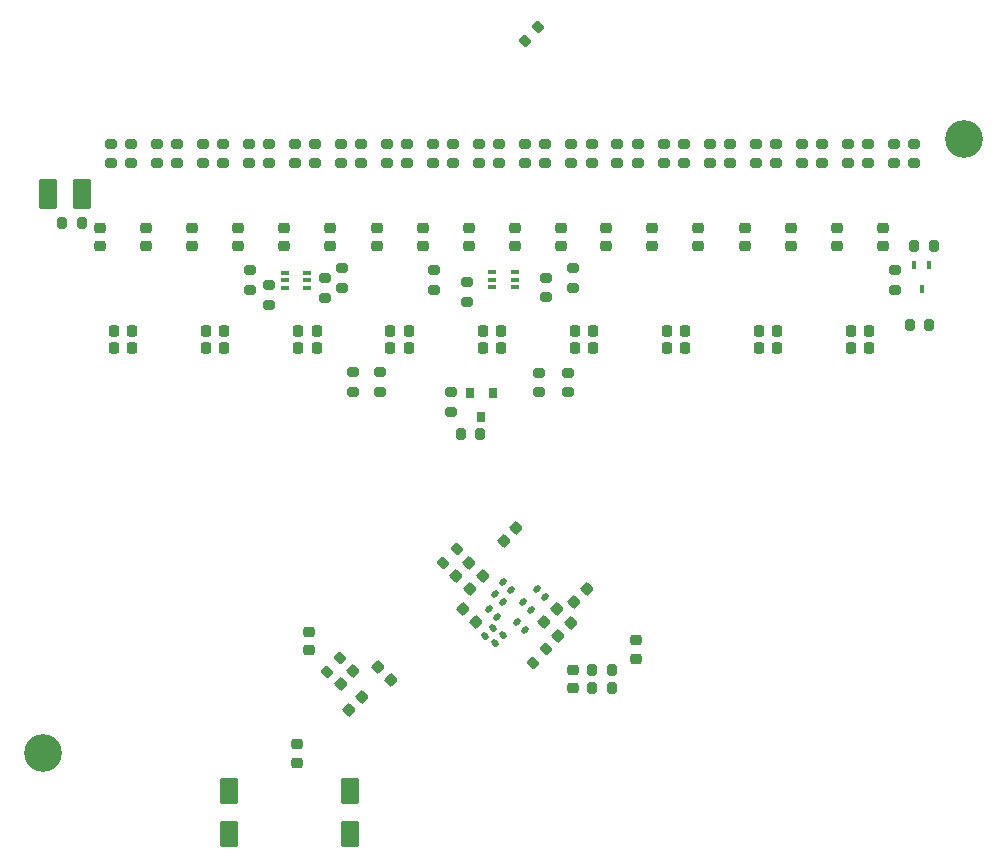
<source format=gbp>
G04 #@! TF.GenerationSoftware,KiCad,Pcbnew,(6.0.6)*
G04 #@! TF.CreationDate,2022-06-27T22:23:26-04:00*
G04 #@! TF.ProjectId,squishy,73717569-7368-4792-9e6b-696361645f70,rev?*
G04 #@! TF.SameCoordinates,PX9634260PY768aae0*
G04 #@! TF.FileFunction,Paste,Bot*
G04 #@! TF.FilePolarity,Positive*
%FSLAX46Y46*%
G04 Gerber Fmt 4.6, Leading zero omitted, Abs format (unit mm)*
G04 Created by KiCad (PCBNEW (6.0.6)) date 2022-06-27 22:23:26*
%MOMM*%
%LPD*%
G01*
G04 APERTURE LIST*
G04 Aperture macros list*
%AMRoundRect*
0 Rectangle with rounded corners*
0 $1 Rounding radius*
0 $2 $3 $4 $5 $6 $7 $8 $9 X,Y pos of 4 corners*
0 Add a 4 corners polygon primitive as box body*
4,1,4,$2,$3,$4,$5,$6,$7,$8,$9,$2,$3,0*
0 Add four circle primitives for the rounded corners*
1,1,$1+$1,$2,$3*
1,1,$1+$1,$4,$5*
1,1,$1+$1,$6,$7*
1,1,$1+$1,$8,$9*
0 Add four rect primitives between the rounded corners*
20,1,$1+$1,$2,$3,$4,$5,0*
20,1,$1+$1,$4,$5,$6,$7,0*
20,1,$1+$1,$6,$7,$8,$9,0*
20,1,$1+$1,$8,$9,$2,$3,0*%
G04 Aperture macros list end*
%ADD10RoundRect,0.200000X-0.600000X-0.900000X0.600000X-0.900000X0.600000X0.900000X-0.600000X0.900000X0*%
%ADD11C,3.200000*%
%ADD12RoundRect,0.200000X-0.053033X0.335876X-0.335876X0.053033X0.053033X-0.335876X0.335876X-0.053033X0*%
%ADD13RoundRect,0.200000X-0.275000X0.200000X-0.275000X-0.200000X0.275000X-0.200000X0.275000X0.200000X0*%
%ADD14RoundRect,0.140000X0.219203X0.021213X0.021213X0.219203X-0.219203X-0.021213X-0.021213X-0.219203X0*%
%ADD15RoundRect,0.140000X0.021213X-0.219203X0.219203X-0.021213X-0.021213X0.219203X-0.219203X0.021213X0*%
%ADD16RoundRect,0.200000X0.275000X-0.200000X0.275000X0.200000X-0.275000X0.200000X-0.275000X-0.200000X0*%
%ADD17RoundRect,0.225000X0.017678X-0.335876X0.335876X-0.017678X-0.017678X0.335876X-0.335876X0.017678X0*%
%ADD18RoundRect,0.225000X-0.017678X0.335876X-0.335876X0.017678X0.017678X-0.335876X0.335876X-0.017678X0*%
%ADD19RoundRect,0.225000X0.335876X0.017678X0.017678X0.335876X-0.335876X-0.017678X-0.017678X-0.335876X0*%
%ADD20RoundRect,0.225000X-0.250000X0.225000X-0.250000X-0.225000X0.250000X-0.225000X0.250000X0.225000X0*%
%ADD21RoundRect,0.225000X0.250000X-0.225000X0.250000X0.225000X-0.250000X0.225000X-0.250000X-0.225000X0*%
%ADD22RoundRect,0.250000X0.550000X1.025000X-0.550000X1.025000X-0.550000X-1.025000X0.550000X-1.025000X0*%
%ADD23RoundRect,0.200000X0.200000X0.275000X-0.200000X0.275000X-0.200000X-0.275000X0.200000X-0.275000X0*%
%ADD24RoundRect,0.225000X0.225000X0.250000X-0.225000X0.250000X-0.225000X-0.250000X0.225000X-0.250000X0*%
%ADD25R,0.800000X0.900000*%
%ADD26RoundRect,0.225000X-0.225000X-0.250000X0.225000X-0.250000X0.225000X0.250000X-0.225000X0.250000X0*%
%ADD27RoundRect,0.200000X0.053033X-0.335876X0.335876X-0.053033X-0.053033X0.335876X-0.335876X0.053033X0*%
%ADD28RoundRect,0.200000X-0.200000X-0.275000X0.200000X-0.275000X0.200000X0.275000X-0.200000X0.275000X0*%
%ADD29R,0.650000X0.400000*%
%ADD30R,0.450000X0.700000*%
G04 APERTURE END LIST*
D10*
G04 #@! TO.C,J1*
X19300000Y1600000D03*
X29500000Y1600000D03*
X19300000Y5300000D03*
X29500000Y5300000D03*
G04 #@! TD*
D11*
G04 #@! TO.C,H2*
X81500000Y60500000D03*
G04 #@! TD*
G04 #@! TO.C,H1*
X3500000Y8500000D03*
G04 #@! TD*
D12*
G04 #@! TO.C,R72*
X28683363Y16533363D03*
X27516637Y15366637D03*
G04 #@! TD*
D13*
G04 #@! TO.C,R79*
X20950000Y60050000D03*
X20950000Y58400000D03*
G04 #@! TD*
D14*
G04 #@! TO.C,C40*
X42439411Y21310589D03*
X41760589Y21989411D03*
G04 #@! TD*
D15*
G04 #@! TO.C,C44*
X40910589Y18360589D03*
X41589411Y19039411D03*
G04 #@! TD*
D14*
G04 #@! TO.C,C35*
X44289411Y18910589D03*
X43610589Y19589411D03*
G04 #@! TD*
D16*
G04 #@! TO.C,R78*
X22650000Y58400000D03*
X22650000Y60050000D03*
G04 #@! TD*
D17*
G04 #@! TO.C,C54*
X29451992Y12151992D03*
X30548008Y13248008D03*
G04 #@! TD*
D15*
G04 #@! TO.C,C39*
X41810589Y17760589D03*
X42489411Y18439411D03*
G04 #@! TD*
D18*
G04 #@! TO.C,C55*
X29798008Y15398008D03*
X28701992Y14301992D03*
G04 #@! TD*
D16*
G04 #@! TO.C,R31*
X77250000Y58400000D03*
X77250000Y60050000D03*
G04 #@! TD*
D19*
G04 #@! TO.C,C46*
X40198008Y19551992D03*
X39101992Y20648008D03*
G04 #@! TD*
D20*
G04 #@! TO.C,C57*
X26025000Y18725000D03*
X26025000Y17175000D03*
G04 #@! TD*
D14*
G04 #@! TO.C,C34*
X44789411Y20610589D03*
X44110589Y21289411D03*
G04 #@! TD*
G04 #@! TO.C,C38*
X43139411Y22260589D03*
X42460589Y22939411D03*
G04 #@! TD*
G04 #@! TO.C,C33*
X46039411Y21710589D03*
X45360589Y22389411D03*
G04 #@! TD*
D18*
G04 #@! TO.C,C28*
X49598008Y22348008D03*
X48501992Y21251992D03*
G04 #@! TD*
D14*
G04 #@! TO.C,C41*
X41989411Y20010589D03*
X41310589Y20689411D03*
G04 #@! TD*
D19*
G04 #@! TO.C,C52*
X32998008Y14651992D03*
X31901992Y15748008D03*
G04 #@! TD*
D17*
G04 #@! TO.C,C37*
X42501992Y26401992D03*
X43598008Y27498008D03*
G04 #@! TD*
D21*
G04 #@! TO.C,C29*
X48348527Y13954289D03*
X48348527Y15504289D03*
G04 #@! TD*
D20*
G04 #@! TO.C,C60*
X25050000Y9225000D03*
X25050000Y7675000D03*
G04 #@! TD*
D22*
G04 #@! TO.C,F1*
X6825000Y55800000D03*
X3975000Y55800000D03*
G04 #@! TD*
D12*
G04 #@! TO.C,R77*
X45458363Y69933363D03*
X44291637Y68766637D03*
G04 #@! TD*
D23*
G04 #@! TO.C,R53*
X51650000Y15475000D03*
X50000000Y15475000D03*
G04 #@! TD*
G04 #@! TO.C,R52*
X51650000Y13999999D03*
X50000000Y13999999D03*
G04 #@! TD*
D20*
G04 #@! TO.C,C62*
X20050000Y52975000D03*
X20050000Y51425000D03*
G04 #@! TD*
D17*
G04 #@! TO.C,C30*
X47151992Y18401992D03*
X48248008Y19498008D03*
G04 #@! TD*
D13*
G04 #@! TO.C,R38*
X46100000Y48725000D03*
X46100000Y47075000D03*
G04 #@! TD*
D20*
G04 #@! TO.C,C24*
X55100000Y52975000D03*
X55100000Y51425000D03*
G04 #@! TD*
D16*
G04 #@! TO.C,R64*
X34350000Y58400000D03*
X34350000Y60050000D03*
G04 #@! TD*
D20*
G04 #@! TO.C,C53*
X31750000Y52975000D03*
X31750000Y51425000D03*
G04 #@! TD*
G04 #@! TO.C,C61*
X23950000Y52975000D03*
X23950000Y51425000D03*
G04 #@! TD*
D24*
G04 #@! TO.C,C64*
X18875000Y44250000D03*
X17325000Y44250000D03*
G04 #@! TD*
D16*
G04 #@! TO.C,R82*
X14850000Y58400000D03*
X14850000Y60050000D03*
G04 #@! TD*
D18*
G04 #@! TO.C,C45*
X40748008Y23498008D03*
X39651992Y22401992D03*
G04 #@! TD*
D13*
G04 #@! TO.C,R83*
X13150000Y60050000D03*
X13150000Y58400000D03*
G04 #@! TD*
G04 #@! TO.C,R49*
X56050000Y60050000D03*
X56050000Y58400000D03*
G04 #@! TD*
D20*
G04 #@! TO.C,C69*
X8350000Y52975000D03*
X8350000Y51425000D03*
G04 #@! TD*
D16*
G04 #@! TO.C,R48*
X57750000Y58400000D03*
X57750000Y60050000D03*
G04 #@! TD*
D25*
G04 #@! TO.C,Q5*
X39675000Y38975000D03*
X41575000Y38975000D03*
X40625000Y36975000D03*
G04 #@! TD*
D20*
G04 #@! TO.C,C21*
X59000000Y52975000D03*
X59000000Y51425000D03*
G04 #@! TD*
D26*
G04 #@! TO.C,C27*
X48525000Y44250000D03*
X50075000Y44250000D03*
G04 #@! TD*
D24*
G04 #@! TO.C,C63*
X18875000Y42750000D03*
X17325000Y42750000D03*
G04 #@! TD*
D16*
G04 #@! TO.C,R34*
X73350000Y58400000D03*
X73350000Y60050000D03*
G04 #@! TD*
D26*
G04 #@! TO.C,C68*
X9525000Y44250000D03*
X11075000Y44250000D03*
G04 #@! TD*
D13*
G04 #@! TO.C,R40*
X45526520Y40701520D03*
X45526520Y39051520D03*
G04 #@! TD*
D24*
G04 #@! TO.C,C58*
X26675000Y42750000D03*
X25125000Y42750000D03*
G04 #@! TD*
D20*
G04 #@! TO.C,C16*
X66850000Y52975000D03*
X66850000Y51425000D03*
G04 #@! TD*
D18*
G04 #@! TO.C,C48*
X39598008Y24598008D03*
X38501992Y23501992D03*
G04 #@! TD*
D27*
G04 #@! TO.C,R62*
X37366637Y24566637D03*
X38533363Y25733363D03*
G04 #@! TD*
D13*
G04 #@! TO.C,R60*
X40450000Y60050000D03*
X40450000Y58400000D03*
G04 #@! TD*
G04 #@! TO.C,R55*
X48250000Y60050000D03*
X48250000Y58400000D03*
G04 #@! TD*
D16*
G04 #@! TO.C,R75*
X21050000Y47725000D03*
X21050000Y49375000D03*
G04 #@! TD*
D24*
G04 #@! TO.C,C43*
X42275000Y44250000D03*
X40725000Y44250000D03*
G04 #@! TD*
D16*
G04 #@! TO.C,R84*
X10950000Y58400000D03*
X10950000Y60050000D03*
G04 #@! TD*
G04 #@! TO.C,R56*
X46050000Y58400000D03*
X46050000Y60050000D03*
G04 #@! TD*
D20*
G04 #@! TO.C,C20*
X53750000Y18025000D03*
X53750000Y16475000D03*
G04 #@! TD*
D13*
G04 #@! TO.C,R68*
X27350000Y48675000D03*
X27350000Y47025000D03*
G04 #@! TD*
G04 #@! TO.C,R86*
X38075000Y39025000D03*
X38075000Y37375000D03*
G04 #@! TD*
D16*
G04 #@! TO.C,R54*
X49950000Y58400000D03*
X49950000Y60050000D03*
G04 #@! TD*
D17*
G04 #@! TO.C,C32*
X45951992Y19551992D03*
X47048008Y20648008D03*
G04 #@! TD*
D13*
G04 #@! TO.C,R76*
X24850000Y60050000D03*
X24850000Y58400000D03*
G04 #@! TD*
D21*
G04 #@! TO.C,C47*
X39550000Y51425000D03*
X39550000Y52975000D03*
G04 #@! TD*
D13*
G04 #@! TO.C,R41*
X67750000Y60050000D03*
X67750000Y58400000D03*
G04 #@! TD*
D16*
G04 #@! TO.C,R35*
X48350000Y47875000D03*
X48350000Y49525000D03*
G04 #@! TD*
G04 #@! TO.C,R65*
X28850000Y47875000D03*
X28850000Y49525000D03*
G04 #@! TD*
D26*
G04 #@! TO.C,C14*
X71925000Y44250000D03*
X73475000Y44250000D03*
G04 #@! TD*
D21*
G04 #@! TO.C,C49*
X35650000Y51425000D03*
X35650000Y52975000D03*
G04 #@! TD*
D24*
G04 #@! TO.C,C13*
X73475000Y42750000D03*
X71925000Y42750000D03*
G04 #@! TD*
G04 #@! TO.C,C23*
X57875000Y44250000D03*
X56325000Y44250000D03*
G04 #@! TD*
D28*
G04 #@! TO.C,R29*
X77275000Y51400000D03*
X78925000Y51400000D03*
G04 #@! TD*
D13*
G04 #@! TO.C,R51*
X52150000Y60050000D03*
X52150000Y58400000D03*
G04 #@! TD*
G04 #@! TO.C,R81*
X17050000Y60050000D03*
X17050000Y58400000D03*
G04 #@! TD*
G04 #@! TO.C,R63*
X36550000Y60050000D03*
X36550000Y58400000D03*
G04 #@! TD*
D16*
G04 #@! TO.C,R80*
X18750000Y58400000D03*
X18750000Y60050000D03*
G04 #@! TD*
D13*
G04 #@! TO.C,R71*
X28750000Y60050000D03*
X28750000Y58400000D03*
G04 #@! TD*
D29*
G04 #@! TO.C,Q4*
X25900000Y49150000D03*
X25900000Y48500000D03*
X25900000Y47850000D03*
X24000000Y47850000D03*
X24000000Y48500000D03*
X24000000Y49150000D03*
G04 #@! TD*
D26*
G04 #@! TO.C,C18*
X64125000Y44250000D03*
X65675000Y44250000D03*
G04 #@! TD*
D13*
G04 #@! TO.C,R44*
X39400000Y48325000D03*
X39400000Y46675000D03*
G04 #@! TD*
D24*
G04 #@! TO.C,C26*
X50075000Y42750000D03*
X48525000Y42750000D03*
G04 #@! TD*
G04 #@! TO.C,C59*
X26675000Y44250000D03*
X25125000Y44250000D03*
G04 #@! TD*
D20*
G04 #@! TO.C,C36*
X43450000Y52975000D03*
X43450000Y51425000D03*
G04 #@! TD*
D30*
G04 #@! TO.C,Q2*
X77250000Y49800000D03*
X78550000Y49800000D03*
X77900000Y47800000D03*
G04 #@! TD*
D21*
G04 #@! TO.C,C12*
X74650000Y51425000D03*
X74650000Y52975000D03*
G04 #@! TD*
D13*
G04 #@! TO.C,R36*
X71650000Y60050000D03*
X71650000Y58400000D03*
G04 #@! TD*
D20*
G04 #@! TO.C,C25*
X51200000Y52975000D03*
X51200000Y51425000D03*
G04 #@! TD*
D16*
G04 #@! TO.C,R61*
X38250000Y58400000D03*
X38250000Y60050000D03*
G04 #@! TD*
D13*
G04 #@! TO.C,R73*
X22650000Y48075000D03*
X22650000Y46425000D03*
G04 #@! TD*
D24*
G04 #@! TO.C,C22*
X57875000Y42750000D03*
X56325000Y42750000D03*
G04 #@! TD*
D28*
G04 #@! TO.C,R87*
X38875000Y35475000D03*
X40525000Y35475000D03*
G04 #@! TD*
D27*
G04 #@! TO.C,R57*
X44966637Y16116637D03*
X46133363Y17283363D03*
G04 #@! TD*
D13*
G04 #@! TO.C,R67*
X32050000Y40725000D03*
X32050000Y39075000D03*
G04 #@! TD*
D28*
G04 #@! TO.C,R30*
X76875000Y44750000D03*
X78525000Y44750000D03*
G04 #@! TD*
D24*
G04 #@! TO.C,C42*
X42275000Y42750000D03*
X40725000Y42750000D03*
G04 #@! TD*
D16*
G04 #@! TO.C,R74*
X26550000Y58400000D03*
X26550000Y60050000D03*
G04 #@! TD*
D13*
G04 #@! TO.C,R66*
X32650000Y60050000D03*
X32650000Y58400000D03*
G04 #@! TD*
D24*
G04 #@! TO.C,C51*
X34475000Y44250000D03*
X32925000Y44250000D03*
G04 #@! TD*
D20*
G04 #@! TO.C,C56*
X27850000Y52975000D03*
X27850000Y51425000D03*
G04 #@! TD*
G04 #@! TO.C,C31*
X47350000Y52975000D03*
X47350000Y51425000D03*
G04 #@! TD*
D16*
G04 #@! TO.C,R59*
X42150000Y58400000D03*
X42150000Y60050000D03*
G04 #@! TD*
D24*
G04 #@! TO.C,C50*
X34475000Y42750000D03*
X32925000Y42750000D03*
G04 #@! TD*
D13*
G04 #@! TO.C,R33*
X75550000Y60050000D03*
X75550000Y58400000D03*
G04 #@! TD*
G04 #@! TO.C,R70*
X29750000Y40725000D03*
X29750000Y39075000D03*
G04 #@! TD*
G04 #@! TO.C,R58*
X44350000Y60050000D03*
X44350000Y58400000D03*
G04 #@! TD*
D20*
G04 #@! TO.C,C15*
X70750000Y52975000D03*
X70750000Y51425000D03*
G04 #@! TD*
G04 #@! TO.C,C66*
X12250000Y52975000D03*
X12250000Y51425000D03*
G04 #@! TD*
G04 #@! TO.C,C65*
X16150000Y52975000D03*
X16150000Y51425000D03*
G04 #@! TD*
D16*
G04 #@! TO.C,R45*
X61650000Y58400000D03*
X61650000Y60050000D03*
G04 #@! TD*
G04 #@! TO.C,R69*
X30450000Y58400000D03*
X30450000Y60050000D03*
G04 #@! TD*
D13*
G04 #@! TO.C,R47*
X59950000Y60050000D03*
X59950000Y58400000D03*
G04 #@! TD*
D16*
G04 #@! TO.C,R39*
X69450000Y58400000D03*
X69450000Y60050000D03*
G04 #@! TD*
D13*
G04 #@! TO.C,R43*
X63850000Y60050000D03*
X63850000Y58400000D03*
G04 #@! TD*
G04 #@! TO.C,R37*
X48000000Y40701520D03*
X48000000Y39051520D03*
G04 #@! TD*
D24*
G04 #@! TO.C,C67*
X11075000Y42750000D03*
X9525000Y42750000D03*
G04 #@! TD*
D13*
G04 #@! TO.C,R85*
X9250000Y60050000D03*
X9250000Y58400000D03*
G04 #@! TD*
D16*
G04 #@! TO.C,R42*
X65550000Y58400000D03*
X65550000Y60050000D03*
G04 #@! TD*
G04 #@! TO.C,R46*
X36650000Y47725000D03*
X36650000Y49375000D03*
G04 #@! TD*
D24*
G04 #@! TO.C,C17*
X65675000Y42750000D03*
X64125000Y42750000D03*
G04 #@! TD*
D29*
G04 #@! TO.C,Q3*
X41550000Y47900000D03*
X41550000Y48550000D03*
X41550000Y49200000D03*
X43450000Y49200000D03*
X43450000Y48550000D03*
X43450000Y47900000D03*
G04 #@! TD*
D23*
G04 #@! TO.C,R89*
X6800000Y53400000D03*
X5150000Y53400000D03*
G04 #@! TD*
D16*
G04 #@! TO.C,R32*
X75650000Y47725000D03*
X75650000Y49375000D03*
G04 #@! TD*
G04 #@! TO.C,R50*
X53850000Y58400000D03*
X53850000Y60050000D03*
G04 #@! TD*
D21*
G04 #@! TO.C,C19*
X62950000Y51425000D03*
X62950000Y52975000D03*
G04 #@! TD*
M02*

</source>
